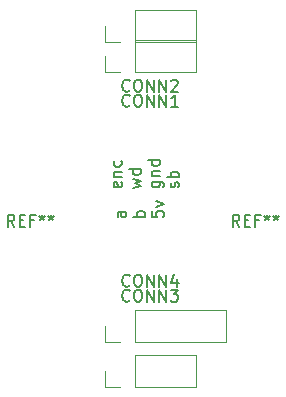
<source format=gbr>
%TF.GenerationSoftware,KiCad,Pcbnew,7.0.8*%
%TF.CreationDate,2024-12-10T13:47:31+00:00*%
%TF.ProjectId,working,776f726b-696e-4672-9e6b-696361645f70,rev?*%
%TF.SameCoordinates,Original*%
%TF.FileFunction,Legend,Top*%
%TF.FilePolarity,Positive*%
%FSLAX46Y46*%
G04 Gerber Fmt 4.6, Leading zero omitted, Abs format (unit mm)*
G04 Created by KiCad (PCBNEW 7.0.8) date 2024-12-10 13:47:31*
%MOMM*%
%LPD*%
G01*
G04 APERTURE LIST*
%ADD10C,0.200000*%
%ADD11C,0.150000*%
%ADD12C,0.120000*%
G04 APERTURE END LIST*
D10*
X-2082780Y2068244D02*
X-2606590Y2068244D01*
X-2606590Y2068244D02*
X-2701828Y2020625D01*
X-2701828Y2020625D02*
X-2749447Y1925387D01*
X-2749447Y1925387D02*
X-2749447Y1734911D01*
X-2749447Y1734911D02*
X-2701828Y1639673D01*
X-2130400Y2068244D02*
X-2082780Y1973006D01*
X-2082780Y1973006D02*
X-2082780Y1734911D01*
X-2082780Y1734911D02*
X-2130400Y1639673D01*
X-2130400Y1639673D02*
X-2225638Y1592054D01*
X-2225638Y1592054D02*
X-2320876Y1592054D01*
X-2320876Y1592054D02*
X-2416114Y1639673D01*
X-2416114Y1639673D02*
X-2463733Y1734911D01*
X-2463733Y1734911D02*
X-2463733Y1973006D01*
X-2463733Y1973006D02*
X-2511352Y2068244D01*
X-472780Y1639673D02*
X-1472780Y1639673D01*
X-1091828Y1639673D02*
X-1139447Y1734911D01*
X-1139447Y1734911D02*
X-1139447Y1925387D01*
X-1139447Y1925387D02*
X-1091828Y2020625D01*
X-1091828Y2020625D02*
X-1044209Y2068244D01*
X-1044209Y2068244D02*
X-948971Y2115863D01*
X-948971Y2115863D02*
X-663257Y2115863D01*
X-663257Y2115863D02*
X-568019Y2068244D01*
X-568019Y2068244D02*
X-520400Y2020625D01*
X-520400Y2020625D02*
X-472780Y1925387D01*
X-472780Y1925387D02*
X-472780Y1734911D01*
X-472780Y1734911D02*
X-520400Y1639673D01*
X137219Y2115863D02*
X137219Y1639673D01*
X137219Y1639673D02*
X613409Y1592054D01*
X613409Y1592054D02*
X565790Y1639673D01*
X565790Y1639673D02*
X518171Y1734911D01*
X518171Y1734911D02*
X518171Y1973006D01*
X518171Y1973006D02*
X565790Y2068244D01*
X565790Y2068244D02*
X613409Y2115863D01*
X613409Y2115863D02*
X708647Y2163482D01*
X708647Y2163482D02*
X946742Y2163482D01*
X946742Y2163482D02*
X1041980Y2115863D01*
X1041980Y2115863D02*
X1089600Y2068244D01*
X1089600Y2068244D02*
X1137219Y1973006D01*
X1137219Y1973006D02*
X1137219Y1734911D01*
X1137219Y1734911D02*
X1089600Y1639673D01*
X1089600Y1639673D02*
X1041980Y1592054D01*
X470552Y2496816D02*
X1137219Y2734911D01*
X1137219Y2734911D02*
X470552Y2973006D01*
X-2470400Y4560625D02*
X-2422780Y4465387D01*
X-2422780Y4465387D02*
X-2422780Y4274911D01*
X-2422780Y4274911D02*
X-2470400Y4179673D01*
X-2470400Y4179673D02*
X-2565638Y4132054D01*
X-2565638Y4132054D02*
X-2946590Y4132054D01*
X-2946590Y4132054D02*
X-3041828Y4179673D01*
X-3041828Y4179673D02*
X-3089447Y4274911D01*
X-3089447Y4274911D02*
X-3089447Y4465387D01*
X-3089447Y4465387D02*
X-3041828Y4560625D01*
X-3041828Y4560625D02*
X-2946590Y4608244D01*
X-2946590Y4608244D02*
X-2851352Y4608244D01*
X-2851352Y4608244D02*
X-2756114Y4132054D01*
X-3089447Y5036816D02*
X-2422780Y5036816D01*
X-2994209Y5036816D02*
X-3041828Y5084435D01*
X-3041828Y5084435D02*
X-3089447Y5179673D01*
X-3089447Y5179673D02*
X-3089447Y5322530D01*
X-3089447Y5322530D02*
X-3041828Y5417768D01*
X-3041828Y5417768D02*
X-2946590Y5465387D01*
X-2946590Y5465387D02*
X-2422780Y5465387D01*
X-2470400Y6370149D02*
X-2422780Y6274911D01*
X-2422780Y6274911D02*
X-2422780Y6084435D01*
X-2422780Y6084435D02*
X-2470400Y5989197D01*
X-2470400Y5989197D02*
X-2518019Y5941578D01*
X-2518019Y5941578D02*
X-2613257Y5893959D01*
X-2613257Y5893959D02*
X-2898971Y5893959D01*
X-2898971Y5893959D02*
X-2994209Y5941578D01*
X-2994209Y5941578D02*
X-3041828Y5989197D01*
X-3041828Y5989197D02*
X-3089447Y6084435D01*
X-3089447Y6084435D02*
X-3089447Y6274911D01*
X-3089447Y6274911D02*
X-3041828Y6370149D01*
X-1479447Y4084435D02*
X-812780Y4274911D01*
X-812780Y4274911D02*
X-1288971Y4465387D01*
X-1288971Y4465387D02*
X-812780Y4655863D01*
X-812780Y4655863D02*
X-1479447Y4846339D01*
X-812780Y5655863D02*
X-1812780Y5655863D01*
X-860400Y5655863D02*
X-812780Y5560625D01*
X-812780Y5560625D02*
X-812780Y5370149D01*
X-812780Y5370149D02*
X-860400Y5274911D01*
X-860400Y5274911D02*
X-908019Y5227292D01*
X-908019Y5227292D02*
X-1003257Y5179673D01*
X-1003257Y5179673D02*
X-1288971Y5179673D01*
X-1288971Y5179673D02*
X-1384209Y5227292D01*
X-1384209Y5227292D02*
X-1431828Y5274911D01*
X-1431828Y5274911D02*
X-1479447Y5370149D01*
X-1479447Y5370149D02*
X-1479447Y5560625D01*
X-1479447Y5560625D02*
X-1431828Y5655863D01*
X130552Y4608244D02*
X940076Y4608244D01*
X940076Y4608244D02*
X1035314Y4560625D01*
X1035314Y4560625D02*
X1082933Y4513006D01*
X1082933Y4513006D02*
X1130552Y4417768D01*
X1130552Y4417768D02*
X1130552Y4274911D01*
X1130552Y4274911D02*
X1082933Y4179673D01*
X749600Y4608244D02*
X797219Y4513006D01*
X797219Y4513006D02*
X797219Y4322530D01*
X797219Y4322530D02*
X749600Y4227292D01*
X749600Y4227292D02*
X701980Y4179673D01*
X701980Y4179673D02*
X606742Y4132054D01*
X606742Y4132054D02*
X321028Y4132054D01*
X321028Y4132054D02*
X225790Y4179673D01*
X225790Y4179673D02*
X178171Y4227292D01*
X178171Y4227292D02*
X130552Y4322530D01*
X130552Y4322530D02*
X130552Y4513006D01*
X130552Y4513006D02*
X178171Y4608244D01*
X130552Y5084435D02*
X797219Y5084435D01*
X225790Y5084435D02*
X178171Y5132054D01*
X178171Y5132054D02*
X130552Y5227292D01*
X130552Y5227292D02*
X130552Y5370149D01*
X130552Y5370149D02*
X178171Y5465387D01*
X178171Y5465387D02*
X273409Y5513006D01*
X273409Y5513006D02*
X797219Y5513006D01*
X797219Y6417768D02*
X-202780Y6417768D01*
X749600Y6417768D02*
X797219Y6322530D01*
X797219Y6322530D02*
X797219Y6132054D01*
X797219Y6132054D02*
X749600Y6036816D01*
X749600Y6036816D02*
X701980Y5989197D01*
X701980Y5989197D02*
X606742Y5941578D01*
X606742Y5941578D02*
X321028Y5941578D01*
X321028Y5941578D02*
X225790Y5989197D01*
X225790Y5989197D02*
X178171Y6036816D01*
X178171Y6036816D02*
X130552Y6132054D01*
X130552Y6132054D02*
X130552Y6322530D01*
X130552Y6322530D02*
X178171Y6417768D01*
X2359600Y4132054D02*
X2407219Y4227292D01*
X2407219Y4227292D02*
X2407219Y4417768D01*
X2407219Y4417768D02*
X2359600Y4513006D01*
X2359600Y4513006D02*
X2264361Y4560625D01*
X2264361Y4560625D02*
X2216742Y4560625D01*
X2216742Y4560625D02*
X2121504Y4513006D01*
X2121504Y4513006D02*
X2073885Y4417768D01*
X2073885Y4417768D02*
X2073885Y4274911D01*
X2073885Y4274911D02*
X2026266Y4179673D01*
X2026266Y4179673D02*
X1931028Y4132054D01*
X1931028Y4132054D02*
X1883409Y4132054D01*
X1883409Y4132054D02*
X1788171Y4179673D01*
X1788171Y4179673D02*
X1740552Y4274911D01*
X1740552Y4274911D02*
X1740552Y4417768D01*
X1740552Y4417768D02*
X1788171Y4513006D01*
X2407219Y4989197D02*
X1407219Y4989197D01*
X1788171Y4989197D02*
X1740552Y5084435D01*
X1740552Y5084435D02*
X1740552Y5274911D01*
X1740552Y5274911D02*
X1788171Y5370149D01*
X1788171Y5370149D02*
X1835790Y5417768D01*
X1835790Y5417768D02*
X1931028Y5465387D01*
X1931028Y5465387D02*
X2216742Y5465387D01*
X2216742Y5465387D02*
X2311980Y5417768D01*
X2311980Y5417768D02*
X2359600Y5370149D01*
X2359600Y5370149D02*
X2407219Y5274911D01*
X2407219Y5274911D02*
X2407219Y5084435D01*
X2407219Y5084435D02*
X2359600Y4989197D01*
D11*
X-1738095Y-4169580D02*
X-1785714Y-4217200D01*
X-1785714Y-4217200D02*
X-1928571Y-4264819D01*
X-1928571Y-4264819D02*
X-2023809Y-4264819D01*
X-2023809Y-4264819D02*
X-2166666Y-4217200D01*
X-2166666Y-4217200D02*
X-2261904Y-4121961D01*
X-2261904Y-4121961D02*
X-2309523Y-4026723D01*
X-2309523Y-4026723D02*
X-2357142Y-3836247D01*
X-2357142Y-3836247D02*
X-2357142Y-3693390D01*
X-2357142Y-3693390D02*
X-2309523Y-3502914D01*
X-2309523Y-3502914D02*
X-2261904Y-3407676D01*
X-2261904Y-3407676D02*
X-2166666Y-3312438D01*
X-2166666Y-3312438D02*
X-2023809Y-3264819D01*
X-2023809Y-3264819D02*
X-1928571Y-3264819D01*
X-1928571Y-3264819D02*
X-1785714Y-3312438D01*
X-1785714Y-3312438D02*
X-1738095Y-3360057D01*
X-1119047Y-3264819D02*
X-928571Y-3264819D01*
X-928571Y-3264819D02*
X-833333Y-3312438D01*
X-833333Y-3312438D02*
X-738095Y-3407676D01*
X-738095Y-3407676D02*
X-690476Y-3598152D01*
X-690476Y-3598152D02*
X-690476Y-3931485D01*
X-690476Y-3931485D02*
X-738095Y-4121961D01*
X-738095Y-4121961D02*
X-833333Y-4217200D01*
X-833333Y-4217200D02*
X-928571Y-4264819D01*
X-928571Y-4264819D02*
X-1119047Y-4264819D01*
X-1119047Y-4264819D02*
X-1214285Y-4217200D01*
X-1214285Y-4217200D02*
X-1309523Y-4121961D01*
X-1309523Y-4121961D02*
X-1357142Y-3931485D01*
X-1357142Y-3931485D02*
X-1357142Y-3598152D01*
X-1357142Y-3598152D02*
X-1309523Y-3407676D01*
X-1309523Y-3407676D02*
X-1214285Y-3312438D01*
X-1214285Y-3312438D02*
X-1119047Y-3264819D01*
X-261904Y-4264819D02*
X-261904Y-3264819D01*
X-261904Y-3264819D02*
X309523Y-4264819D01*
X309523Y-4264819D02*
X309523Y-3264819D01*
X785714Y-4264819D02*
X785714Y-3264819D01*
X785714Y-3264819D02*
X1357142Y-4264819D01*
X1357142Y-4264819D02*
X1357142Y-3264819D01*
X2261904Y-3598152D02*
X2261904Y-4264819D01*
X2023809Y-3217200D02*
X1785714Y-3931485D01*
X1785714Y-3931485D02*
X2404761Y-3931485D01*
X7556666Y815180D02*
X7223333Y1291371D01*
X6985238Y815180D02*
X6985238Y1815180D01*
X6985238Y1815180D02*
X7366190Y1815180D01*
X7366190Y1815180D02*
X7461428Y1767561D01*
X7461428Y1767561D02*
X7509047Y1719942D01*
X7509047Y1719942D02*
X7556666Y1624704D01*
X7556666Y1624704D02*
X7556666Y1481847D01*
X7556666Y1481847D02*
X7509047Y1386609D01*
X7509047Y1386609D02*
X7461428Y1338990D01*
X7461428Y1338990D02*
X7366190Y1291371D01*
X7366190Y1291371D02*
X6985238Y1291371D01*
X7985238Y1338990D02*
X8318571Y1338990D01*
X8461428Y815180D02*
X7985238Y815180D01*
X7985238Y815180D02*
X7985238Y1815180D01*
X7985238Y1815180D02*
X8461428Y1815180D01*
X9223333Y1338990D02*
X8890000Y1338990D01*
X8890000Y815180D02*
X8890000Y1815180D01*
X8890000Y1815180D02*
X9366190Y1815180D01*
X9890000Y1815180D02*
X9890000Y1577085D01*
X9651905Y1672323D02*
X9890000Y1577085D01*
X9890000Y1577085D02*
X10128095Y1672323D01*
X9747143Y1386609D02*
X9890000Y1577085D01*
X9890000Y1577085D02*
X10032857Y1386609D01*
X10651905Y1815180D02*
X10651905Y1577085D01*
X10413810Y1672323D02*
X10651905Y1577085D01*
X10651905Y1577085D02*
X10890000Y1672323D01*
X10509048Y1386609D02*
X10651905Y1577085D01*
X10651905Y1577085D02*
X10794762Y1386609D01*
X-1738095Y-5439580D02*
X-1785714Y-5487200D01*
X-1785714Y-5487200D02*
X-1928571Y-5534819D01*
X-1928571Y-5534819D02*
X-2023809Y-5534819D01*
X-2023809Y-5534819D02*
X-2166666Y-5487200D01*
X-2166666Y-5487200D02*
X-2261904Y-5391961D01*
X-2261904Y-5391961D02*
X-2309523Y-5296723D01*
X-2309523Y-5296723D02*
X-2357142Y-5106247D01*
X-2357142Y-5106247D02*
X-2357142Y-4963390D01*
X-2357142Y-4963390D02*
X-2309523Y-4772914D01*
X-2309523Y-4772914D02*
X-2261904Y-4677676D01*
X-2261904Y-4677676D02*
X-2166666Y-4582438D01*
X-2166666Y-4582438D02*
X-2023809Y-4534819D01*
X-2023809Y-4534819D02*
X-1928571Y-4534819D01*
X-1928571Y-4534819D02*
X-1785714Y-4582438D01*
X-1785714Y-4582438D02*
X-1738095Y-4630057D01*
X-1119047Y-4534819D02*
X-928571Y-4534819D01*
X-928571Y-4534819D02*
X-833333Y-4582438D01*
X-833333Y-4582438D02*
X-738095Y-4677676D01*
X-738095Y-4677676D02*
X-690476Y-4868152D01*
X-690476Y-4868152D02*
X-690476Y-5201485D01*
X-690476Y-5201485D02*
X-738095Y-5391961D01*
X-738095Y-5391961D02*
X-833333Y-5487200D01*
X-833333Y-5487200D02*
X-928571Y-5534819D01*
X-928571Y-5534819D02*
X-1119047Y-5534819D01*
X-1119047Y-5534819D02*
X-1214285Y-5487200D01*
X-1214285Y-5487200D02*
X-1309523Y-5391961D01*
X-1309523Y-5391961D02*
X-1357142Y-5201485D01*
X-1357142Y-5201485D02*
X-1357142Y-4868152D01*
X-1357142Y-4868152D02*
X-1309523Y-4677676D01*
X-1309523Y-4677676D02*
X-1214285Y-4582438D01*
X-1214285Y-4582438D02*
X-1119047Y-4534819D01*
X-261904Y-5534819D02*
X-261904Y-4534819D01*
X-261904Y-4534819D02*
X309523Y-5534819D01*
X309523Y-5534819D02*
X309523Y-4534819D01*
X785714Y-5534819D02*
X785714Y-4534819D01*
X785714Y-4534819D02*
X1357142Y-5534819D01*
X1357142Y-5534819D02*
X1357142Y-4534819D01*
X1738095Y-4534819D02*
X2357142Y-4534819D01*
X2357142Y-4534819D02*
X2023809Y-4915771D01*
X2023809Y-4915771D02*
X2166666Y-4915771D01*
X2166666Y-4915771D02*
X2261904Y-4963390D01*
X2261904Y-4963390D02*
X2309523Y-5011009D01*
X2309523Y-5011009D02*
X2357142Y-5106247D01*
X2357142Y-5106247D02*
X2357142Y-5344342D01*
X2357142Y-5344342D02*
X2309523Y-5439580D01*
X2309523Y-5439580D02*
X2261904Y-5487200D01*
X2261904Y-5487200D02*
X2166666Y-5534819D01*
X2166666Y-5534819D02*
X1880952Y-5534819D01*
X1880952Y-5534819D02*
X1785714Y-5487200D01*
X1785714Y-5487200D02*
X1738095Y-5439580D01*
X-1738095Y12340419D02*
X-1785714Y12292800D01*
X-1785714Y12292800D02*
X-1928571Y12245180D01*
X-1928571Y12245180D02*
X-2023809Y12245180D01*
X-2023809Y12245180D02*
X-2166666Y12292800D01*
X-2166666Y12292800D02*
X-2261904Y12388038D01*
X-2261904Y12388038D02*
X-2309523Y12483276D01*
X-2309523Y12483276D02*
X-2357142Y12673752D01*
X-2357142Y12673752D02*
X-2357142Y12816609D01*
X-2357142Y12816609D02*
X-2309523Y13007085D01*
X-2309523Y13007085D02*
X-2261904Y13102323D01*
X-2261904Y13102323D02*
X-2166666Y13197561D01*
X-2166666Y13197561D02*
X-2023809Y13245180D01*
X-2023809Y13245180D02*
X-1928571Y13245180D01*
X-1928571Y13245180D02*
X-1785714Y13197561D01*
X-1785714Y13197561D02*
X-1738095Y13149942D01*
X-1119047Y13245180D02*
X-928571Y13245180D01*
X-928571Y13245180D02*
X-833333Y13197561D01*
X-833333Y13197561D02*
X-738095Y13102323D01*
X-738095Y13102323D02*
X-690476Y12911847D01*
X-690476Y12911847D02*
X-690476Y12578514D01*
X-690476Y12578514D02*
X-738095Y12388038D01*
X-738095Y12388038D02*
X-833333Y12292800D01*
X-833333Y12292800D02*
X-928571Y12245180D01*
X-928571Y12245180D02*
X-1119047Y12245180D01*
X-1119047Y12245180D02*
X-1214285Y12292800D01*
X-1214285Y12292800D02*
X-1309523Y12388038D01*
X-1309523Y12388038D02*
X-1357142Y12578514D01*
X-1357142Y12578514D02*
X-1357142Y12911847D01*
X-1357142Y12911847D02*
X-1309523Y13102323D01*
X-1309523Y13102323D02*
X-1214285Y13197561D01*
X-1214285Y13197561D02*
X-1119047Y13245180D01*
X-261904Y12245180D02*
X-261904Y13245180D01*
X-261904Y13245180D02*
X309523Y12245180D01*
X309523Y12245180D02*
X309523Y13245180D01*
X785714Y12245180D02*
X785714Y13245180D01*
X785714Y13245180D02*
X1357142Y12245180D01*
X1357142Y12245180D02*
X1357142Y13245180D01*
X1785714Y13149942D02*
X1833333Y13197561D01*
X1833333Y13197561D02*
X1928571Y13245180D01*
X1928571Y13245180D02*
X2166666Y13245180D01*
X2166666Y13245180D02*
X2261904Y13197561D01*
X2261904Y13197561D02*
X2309523Y13149942D01*
X2309523Y13149942D02*
X2357142Y13054704D01*
X2357142Y13054704D02*
X2357142Y12959466D01*
X2357142Y12959466D02*
X2309523Y12816609D01*
X2309523Y12816609D02*
X1738095Y12245180D01*
X1738095Y12245180D02*
X2357142Y12245180D01*
X-1738095Y11070419D02*
X-1785714Y11022800D01*
X-1785714Y11022800D02*
X-1928571Y10975180D01*
X-1928571Y10975180D02*
X-2023809Y10975180D01*
X-2023809Y10975180D02*
X-2166666Y11022800D01*
X-2166666Y11022800D02*
X-2261904Y11118038D01*
X-2261904Y11118038D02*
X-2309523Y11213276D01*
X-2309523Y11213276D02*
X-2357142Y11403752D01*
X-2357142Y11403752D02*
X-2357142Y11546609D01*
X-2357142Y11546609D02*
X-2309523Y11737085D01*
X-2309523Y11737085D02*
X-2261904Y11832323D01*
X-2261904Y11832323D02*
X-2166666Y11927561D01*
X-2166666Y11927561D02*
X-2023809Y11975180D01*
X-2023809Y11975180D02*
X-1928571Y11975180D01*
X-1928571Y11975180D02*
X-1785714Y11927561D01*
X-1785714Y11927561D02*
X-1738095Y11879942D01*
X-1119047Y11975180D02*
X-928571Y11975180D01*
X-928571Y11975180D02*
X-833333Y11927561D01*
X-833333Y11927561D02*
X-738095Y11832323D01*
X-738095Y11832323D02*
X-690476Y11641847D01*
X-690476Y11641847D02*
X-690476Y11308514D01*
X-690476Y11308514D02*
X-738095Y11118038D01*
X-738095Y11118038D02*
X-833333Y11022800D01*
X-833333Y11022800D02*
X-928571Y10975180D01*
X-928571Y10975180D02*
X-1119047Y10975180D01*
X-1119047Y10975180D02*
X-1214285Y11022800D01*
X-1214285Y11022800D02*
X-1309523Y11118038D01*
X-1309523Y11118038D02*
X-1357142Y11308514D01*
X-1357142Y11308514D02*
X-1357142Y11641847D01*
X-1357142Y11641847D02*
X-1309523Y11832323D01*
X-1309523Y11832323D02*
X-1214285Y11927561D01*
X-1214285Y11927561D02*
X-1119047Y11975180D01*
X-261904Y10975180D02*
X-261904Y11975180D01*
X-261904Y11975180D02*
X309523Y10975180D01*
X309523Y10975180D02*
X309523Y11975180D01*
X785714Y10975180D02*
X785714Y11975180D01*
X785714Y11975180D02*
X1357142Y10975180D01*
X1357142Y10975180D02*
X1357142Y11975180D01*
X2357142Y10975180D02*
X1785714Y10975180D01*
X2071428Y10975180D02*
X2071428Y11975180D01*
X2071428Y11975180D02*
X1976190Y11832323D01*
X1976190Y11832323D02*
X1880952Y11737085D01*
X1880952Y11737085D02*
X1785714Y11689466D01*
X-11493333Y815180D02*
X-11826666Y1291371D01*
X-12064761Y815180D02*
X-12064761Y1815180D01*
X-12064761Y1815180D02*
X-11683809Y1815180D01*
X-11683809Y1815180D02*
X-11588571Y1767561D01*
X-11588571Y1767561D02*
X-11540952Y1719942D01*
X-11540952Y1719942D02*
X-11493333Y1624704D01*
X-11493333Y1624704D02*
X-11493333Y1481847D01*
X-11493333Y1481847D02*
X-11540952Y1386609D01*
X-11540952Y1386609D02*
X-11588571Y1338990D01*
X-11588571Y1338990D02*
X-11683809Y1291371D01*
X-11683809Y1291371D02*
X-12064761Y1291371D01*
X-11064761Y1338990D02*
X-10731428Y1338990D01*
X-10588571Y815180D02*
X-11064761Y815180D01*
X-11064761Y815180D02*
X-11064761Y1815180D01*
X-11064761Y1815180D02*
X-10588571Y1815180D01*
X-9826666Y1338990D02*
X-10159999Y1338990D01*
X-10159999Y815180D02*
X-10159999Y1815180D01*
X-10159999Y1815180D02*
X-9683809Y1815180D01*
X-9159999Y1815180D02*
X-9159999Y1577085D01*
X-9398094Y1672323D02*
X-9159999Y1577085D01*
X-9159999Y1577085D02*
X-8921904Y1672323D01*
X-9302856Y1386609D02*
X-9159999Y1577085D01*
X-9159999Y1577085D02*
X-9017142Y1386609D01*
X-8398094Y1815180D02*
X-8398094Y1577085D01*
X-8636189Y1672323D02*
X-8398094Y1577085D01*
X-8398094Y1577085D02*
X-8159999Y1672323D01*
X-8540951Y1386609D02*
X-8398094Y1577085D01*
X-8398094Y1577085D02*
X-8255237Y1386609D01*
D12*
%TO.C,CONN4*%
X-3870000Y-8950000D02*
X-3870000Y-7620000D01*
X-2540000Y-8950000D02*
X-3870000Y-8950000D01*
X-1270000Y-8950000D02*
X6410000Y-8950000D01*
X-1270000Y-8950000D02*
X-1270000Y-6290000D01*
X6410000Y-8950000D02*
X6410000Y-6290000D01*
X-1270000Y-6290000D02*
X6410000Y-6290000D01*
%TO.C,CONN3*%
X-3870000Y-12760000D02*
X-3870000Y-11430000D01*
X-2540000Y-12760000D02*
X-3870000Y-12760000D01*
X-1270000Y-12760000D02*
X3870000Y-12760000D01*
X-1270000Y-12760000D02*
X-1270000Y-10100000D01*
X3870000Y-12760000D02*
X3870000Y-10100000D01*
X-1270000Y-10100000D02*
X3870000Y-10100000D01*
%TO.C,CONN2*%
X-3870000Y16450000D02*
X-3870000Y17780000D01*
X-2540000Y16450000D02*
X-3870000Y16450000D01*
X-1270000Y16450000D02*
X3870000Y16450000D01*
X-1270000Y16450000D02*
X-1270000Y19110000D01*
X3870000Y16450000D02*
X3870000Y19110000D01*
X-1270000Y19110000D02*
X3870000Y19110000D01*
%TO.C,CONN1*%
X-3870000Y13910000D02*
X-3870000Y15240000D01*
X-2540000Y13910000D02*
X-3870000Y13910000D01*
X-1270000Y13910000D02*
X3870000Y13910000D01*
X-1270000Y13910000D02*
X-1270000Y16570000D01*
X3870000Y13910000D02*
X3870000Y16570000D01*
X-1270000Y16570000D02*
X3870000Y16570000D01*
%TD*%
M02*

</source>
